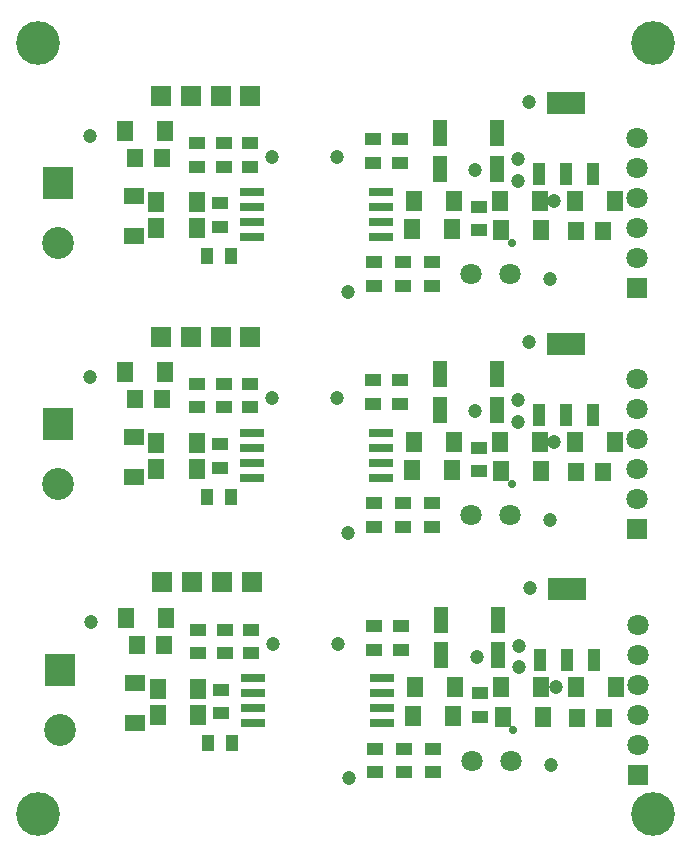
<source format=gts>
G04 Layer_Color=8388736*
%FSTAX24Y24*%
%MOIN*%
G70*
G01*
G75*
%ADD35R,0.1261X0.0751*%
%ADD36R,0.0395X0.0751*%
%ADD37R,0.0789X0.0316*%
%ADD38R,0.0671X0.0552*%
%ADD39R,0.0552X0.0671*%
%ADD40R,0.0580X0.0630*%
%ADD41R,0.0552X0.0395*%
%ADD42R,0.0474X0.0867*%
%ADD43R,0.0395X0.0552*%
%ADD44C,0.1458*%
%ADD45R,0.0678X0.0678*%
%ADD46C,0.0710*%
%ADD47R,0.0710X0.0710*%
%ADD48R,0.1025X0.1064*%
%ADD49C,0.1064*%
%ADD50C,0.0474*%
%ADD51C,0.0280*%
D35*
X029126Y026535D02*
D03*
X029126Y018504D02*
D03*
X029165Y010315D02*
D03*
D36*
X030031Y024173D02*
D03*
X029134D02*
D03*
X02822D02*
D03*
X030031Y016142D02*
D03*
X029134D02*
D03*
X02822D02*
D03*
X030071Y007953D02*
D03*
X029173D02*
D03*
X02826D02*
D03*
D37*
X022945Y023571D02*
D03*
Y023071D02*
D03*
Y022571D02*
D03*
Y022071D02*
D03*
X018649D02*
D03*
Y022571D02*
D03*
Y023071D02*
D03*
Y023571D02*
D03*
X022945Y015539D02*
D03*
Y015039D02*
D03*
Y014539D02*
D03*
Y014039D02*
D03*
X018649D02*
D03*
Y014539D02*
D03*
Y015039D02*
D03*
Y015539D02*
D03*
X022984Y00735D02*
D03*
Y00685D02*
D03*
Y00635D02*
D03*
Y00585D02*
D03*
X018688D02*
D03*
Y00635D02*
D03*
Y00685D02*
D03*
Y00735D02*
D03*
D38*
X014724Y023425D02*
D03*
Y022087D02*
D03*
X014724Y015394D02*
D03*
Y014055D02*
D03*
X014764Y007205D02*
D03*
Y005866D02*
D03*
D39*
X014409Y025591D02*
D03*
X015748D02*
D03*
X029409Y023268D02*
D03*
X030748D02*
D03*
X028307Y022283D02*
D03*
X026969D02*
D03*
X026929Y023268D02*
D03*
X028268D02*
D03*
X015472Y023228D02*
D03*
X016811D02*
D03*
X023976Y022323D02*
D03*
X025315D02*
D03*
X024055Y023268D02*
D03*
X025394D02*
D03*
X015472Y022362D02*
D03*
X016811D02*
D03*
X015472Y014331D02*
D03*
X016811D02*
D03*
X024055Y015236D02*
D03*
X025394D02*
D03*
X023976Y014291D02*
D03*
X025315D02*
D03*
X015472Y015197D02*
D03*
X016811D02*
D03*
X026929Y015236D02*
D03*
X028268D02*
D03*
X028307Y014252D02*
D03*
X026969D02*
D03*
X029409Y015236D02*
D03*
X030748D02*
D03*
X014409Y017559D02*
D03*
X015748D02*
D03*
X028346Y006063D02*
D03*
X027008D02*
D03*
X024016Y006102D02*
D03*
X025354D02*
D03*
X029449Y007047D02*
D03*
X030787D02*
D03*
X014449Y00937D02*
D03*
X015787D02*
D03*
X026969Y007047D02*
D03*
X028307D02*
D03*
X024094D02*
D03*
X025433D02*
D03*
X015512Y006142D02*
D03*
X01685D02*
D03*
X015512Y007008D02*
D03*
X01685D02*
D03*
D40*
X015669Y024685D02*
D03*
X014769D02*
D03*
X030354Y022244D02*
D03*
X029454D02*
D03*
X030354Y014213D02*
D03*
X029454D02*
D03*
X015669Y016654D02*
D03*
X014769D02*
D03*
X030394Y006024D02*
D03*
X029494D02*
D03*
X015709Y008465D02*
D03*
X014809D02*
D03*
D41*
X023701Y020433D02*
D03*
X023699Y02122D02*
D03*
X024647Y020433D02*
D03*
X024646Y02122D02*
D03*
X022717Y021221D02*
D03*
X022718Y020433D02*
D03*
X023583Y024528D02*
D03*
X023581Y025315D02*
D03*
X017598Y022402D02*
D03*
X017597Y023189D02*
D03*
X02622Y023071D02*
D03*
X026222Y022283D02*
D03*
X01681Y025197D02*
D03*
X016811Y024409D02*
D03*
X022676Y025315D02*
D03*
X022677Y024528D02*
D03*
X017717Y024409D02*
D03*
X017715Y025197D02*
D03*
X018583Y025197D02*
D03*
X018584Y024409D02*
D03*
X018583Y017165D02*
D03*
X018584Y016378D02*
D03*
X017717Y016378D02*
D03*
X017715Y017165D02*
D03*
X022676Y017284D02*
D03*
X022677Y016496D02*
D03*
X01681Y017165D02*
D03*
X016811Y016378D02*
D03*
X02622Y015039D02*
D03*
X026222Y014252D02*
D03*
X017598Y01437D02*
D03*
X017597Y015157D02*
D03*
X023583Y016496D02*
D03*
X023581Y017283D02*
D03*
X022717Y013189D02*
D03*
X022718Y012402D02*
D03*
X024647Y012402D02*
D03*
X024646Y013189D02*
D03*
X023701Y012402D02*
D03*
X023699Y013189D02*
D03*
X02626Y00685D02*
D03*
X026261Y006063D02*
D03*
X024686Y004213D02*
D03*
X024685Y005D02*
D03*
X02374Y004213D02*
D03*
X023739Y005D02*
D03*
X022756Y005D02*
D03*
X022757Y004213D02*
D03*
X017638Y006181D02*
D03*
X017636Y006969D02*
D03*
X018622Y008976D02*
D03*
X018623Y008189D02*
D03*
X017756Y008189D02*
D03*
X017755Y008976D02*
D03*
X022715Y009095D02*
D03*
X022717Y008307D02*
D03*
X016849Y008976D02*
D03*
X01685Y008189D02*
D03*
X023622Y008307D02*
D03*
X023621Y009094D02*
D03*
D42*
X024921Y025512D02*
D03*
Y024331D02*
D03*
X026811Y025512D02*
D03*
Y024331D02*
D03*
X026811Y01748D02*
D03*
Y016299D02*
D03*
X024921Y01748D02*
D03*
Y016299D02*
D03*
X024961Y009291D02*
D03*
Y00811D02*
D03*
X02685Y009291D02*
D03*
Y00811D02*
D03*
D43*
X017953Y021417D02*
D03*
X017165Y021416D02*
D03*
X017953Y013386D02*
D03*
X017165Y013384D02*
D03*
X017992Y005197D02*
D03*
X017205Y005195D02*
D03*
D44*
X032008Y002835D02*
D03*
X011535D02*
D03*
X032008Y028543D02*
D03*
X011535D02*
D03*
D45*
X018602Y026772D02*
D03*
X016614D02*
D03*
X015614D02*
D03*
X017618D02*
D03*
X018602Y01874D02*
D03*
X016614D02*
D03*
X015614D02*
D03*
X017618D02*
D03*
X018642Y010551D02*
D03*
X016654D02*
D03*
X015654D02*
D03*
X017657D02*
D03*
D46*
X027244Y020827D02*
D03*
X025945D02*
D03*
X031496Y025362D02*
D03*
Y024362D02*
D03*
Y023362D02*
D03*
Y022362D02*
D03*
Y021362D02*
D03*
X031496Y017331D02*
D03*
Y016331D02*
D03*
Y015331D02*
D03*
Y014331D02*
D03*
Y013331D02*
D03*
X025945Y012795D02*
D03*
X027244D02*
D03*
X027283Y004606D02*
D03*
X025984D02*
D03*
X031535Y009142D02*
D03*
Y008142D02*
D03*
Y007142D02*
D03*
Y006142D02*
D03*
Y005142D02*
D03*
D47*
X031496Y020362D02*
D03*
X031496Y012331D02*
D03*
X031535Y004142D02*
D03*
D48*
X012205Y023858D02*
D03*
X012205Y015827D02*
D03*
X012244Y007638D02*
D03*
D49*
X012205Y021858D02*
D03*
X012205Y013827D02*
D03*
X012244Y005638D02*
D03*
D50*
X028583Y020669D02*
D03*
X021496Y024724D02*
D03*
X02874Y023268D02*
D03*
X02185Y020236D02*
D03*
X026102Y024291D02*
D03*
X02752Y024646D02*
D03*
Y023937D02*
D03*
X027875Y026576D02*
D03*
X013252Y025437D02*
D03*
X019311Y024724D02*
D03*
X019311Y016693D02*
D03*
X013252Y017406D02*
D03*
X027875Y018545D02*
D03*
X02752Y015906D02*
D03*
Y016614D02*
D03*
X026102Y01626D02*
D03*
X02185Y012205D02*
D03*
X02874Y015236D02*
D03*
X021496Y016693D02*
D03*
X028583Y012638D02*
D03*
X028622Y004449D02*
D03*
X021535Y008504D02*
D03*
X02878Y007047D02*
D03*
X02189Y004016D02*
D03*
X026142Y008071D02*
D03*
X027559Y008425D02*
D03*
Y007717D02*
D03*
X027915Y010356D02*
D03*
X013291Y009217D02*
D03*
X01935Y008504D02*
D03*
D51*
X027323Y02185D02*
D03*
X027323Y013819D02*
D03*
X027362Y00563D02*
D03*
M02*

</source>
